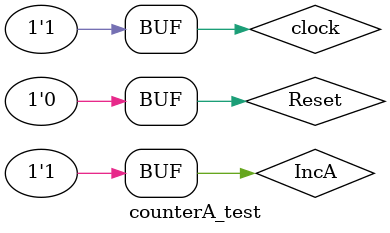
<source format=v>
module counterA_test;

/* All test fixture outputs are declared as reg statements */
reg IncA, Reset, clock;

/* All test fixture inputs are declared as wire statements */
wire [2:0]AddrA;

/* Module instantiation here */
counterA uut (.AddrA(AddrA),
            .IncA(IncA),
            .Reset(Reset),
            .clock(clock));

/* Verification vectors here */
initial
begin
   IncA = 0; Reset = 1; clock = 1;
#5 IncA = 1; Reset = 0; clock = 0;
#5 IncA = 1; Reset = 0; clock = 1;
#5 IncA = 1; Reset = 0; clock = 0;
#5 IncA = 0; Reset = 0; clock = 1;
#5 IncA = 1; Reset = 0; clock = 0;
#5 IncA = 1; Reset = 0; clock = 1;
#5 IncA = 1; Reset = 0; clock = 0;
#5 IncA = 1; Reset = 0; clock = 1;
#5 IncA = 1; Reset = 0; clock = 0;
#5 IncA = 0; Reset = 0; clock = 1;
#5 IncA = 1; Reset = 0; clock = 0;
#5 IncA = 1; Reset = 0; clock = 1;
#5 IncA = 1; Reset = 0; clock = 0;
#5 IncA = 1; Reset = 0; clock = 1;
#5 IncA = 1; Reset = 0; clock = 0;
#5 IncA = 1; Reset = 0; clock = 1;
#5 IncA = 1; Reset = 0; clock = 0;
#5 IncA = 1; Reset = 0; clock = 1;
#5 IncA = 1; Reset = 0; clock = 0;
#5 IncA = 1; Reset = 0; clock = 1;
#5 IncA = 1; Reset = 1; clock = 0;
#5 IncA = 1; Reset = 0; clock = 1;
end

endmodule
</source>
